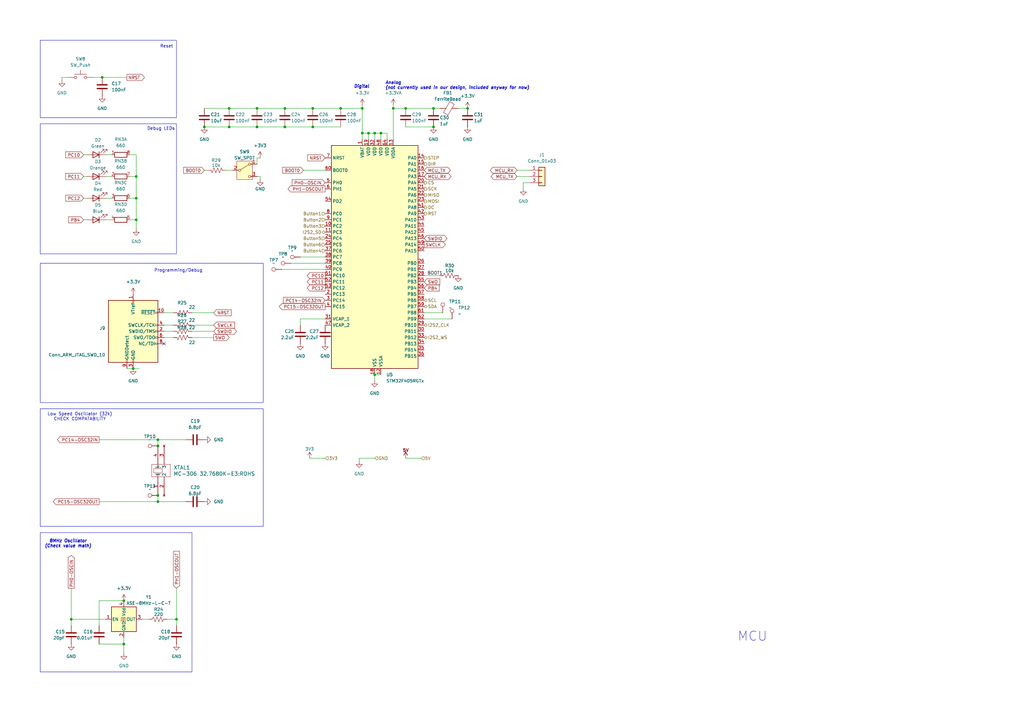
<source format=kicad_sch>
(kicad_sch (version 20231120) (generator "eeschema") (generator_version "8.0")
  (paper "A3")
  (lib_symbols
    (symbol "Connector:Conn_ARM_JTAG_SWD_10" (pin_names (offset 1.016))
      (property "Reference" "J" (at -2.54 16.51 0))
      (property "Value" "Conn_ARM_JTAG_SWD_10" (at -2.54 13.97 0))
      (symbol "Conn_ARM_JTAG_SWD_10_0_1"
        (rectangle (start -10.16 12.7) (end 10.16 -12.7) (stroke (width 0.254)) (fill (type background)))
        (rectangle (start -2.794 -12.7) (end -2.286 -11.684))
        (rectangle (start -0.254 -12.7) (end 0.254 -11.684))
        (rectangle (start -0.254 12.7) (end 0.254 11.684))
        (rectangle (start 9.144 2.286) (end 10.16 2.794))
        (rectangle (start 10.16 -2.794) (end 9.144 -2.286))
        (rectangle (start 10.16 -0.254) (end 9.144 0.254))
        (rectangle (start 10.16 7.874) (end 9.144 7.366))
      )
      (symbol "Conn_ARM_JTAG_SWD_10_1_1"
        (rectangle (start 9.144 -5.334) (end 10.16 -4.826))
        (pin power_in line (at 0 15.24 270) (length 2.54) (name "VTref") (number "1"))
        (pin open_collector line (at 12.7 7.62 180) (length 2.54) (name "~{RESET}") (number "10"))
        (pin bidirectional line (at 12.7 0 180) (length 2.54) (name "SWDIO/TMS") (number "2"))
        (pin power_in line (at 0 -15.24 90) (length 2.54) (name "GND") (number "3"))
        (pin output line (at 12.7 2.54 180) (length 2.54) (name "SWCLK/TCK") (number "4"))
        (pin passive line (at 0 -15.24 90) (length 2.54) hide (name "GND") (number "5"))
        (pin input line (at 12.7 -2.54 180) (length 2.54) (name "SWO/TDO") (number "6"))
        (pin no_connect line (at -10.16 0 0) (length 2.54) hide (name "KEY") (number "7"))
        (pin output line (at 12.7 -5.08 180) (length 2.54) (name "NC/TDI") (number "8"))
        (pin passive line (at -2.54 -15.24 90) (length 2.54) (name "GNDDetect") (number "9"))
      )
    )
    (symbol "Connector:TestPoint" (pin_numbers hide) (pin_names (offset 0.762) hide)
      (property "Reference" "TP" (at 0 6.858 0))
      (property "Value" "TestPoint" (at 0 5.08 0))
      (symbol "TestPoint_0_1"
        (circle (center 0 3.302) (radius 0.762))
      )
      (symbol "TestPoint_1_1"
        (pin passive line (at 0 0 90) (length 2.54) (name "1") (number "1"))
      )
    )
    (symbol "Connector_Generic:Conn_01x03" (pin_names (offset 1.016) hide)
      (property "Reference" "J" (at 0 5.08 0))
      (property "Value" "Conn_01x03" (at 0 -5.08 0))
      (symbol "Conn_01x03_1_1"
        (rectangle (start -1.27 -2.413) (end 0 -2.667) (stroke (width 0.1524)))
        (rectangle (start -1.27 0.127) (end 0 -0.127) (stroke (width 0.1524)))
        (rectangle (start -1.27 2.667) (end 0 2.413) (stroke (width 0.1524)))
        (rectangle (start -1.27 3.81) (end 1.27 -3.81) (stroke (width 0.254)) (fill (type background)))
        (pin passive line (at -5.08 2.54 0) (length 3.81) (name "Pin_1") (number "1"))
        (pin passive line (at -5.08 0 0) (length 3.81) (name "Pin_2") (number "2"))
        (pin passive line (at -5.08 -2.54 0) (length 3.81) (name "Pin_3") (number "3"))
      )
    )
    (symbol "Device:C" (pin_numbers hide) (pin_names (offset 0.254))
      (property "Reference" "C" (at 0.635 2.54 0))
      (property "Value" "C" (at 0.635 -2.54 0))
      (symbol "C_0_1"
        (polyline (pts (xy -2.032 -0.762) (xy 2.032 -0.762)) (stroke (width 0.508)))
        (polyline (pts (xy -2.032 0.762) (xy 2.032 0.762)) (stroke (width 0.508)))
      )
      (symbol "C_1_1"
        (pin passive line (at 0 3.81 270) (length 2.794) (name "~") (number "1"))
        (pin passive line (at 0 -3.81 90) (length 2.794) (name "~") (number "2"))
      )
    )
    (symbol "Device:FerriteBead" (pin_numbers hide) (pin_names (offset 0))
      (property "Reference" "FB" (at -3.81 0.635 90))
      (property "Value" "FerriteBead" (at 3.81 0 90))
      (symbol "FerriteBead_0_1"
        (polyline (pts (xy 0 -1.27) (xy 0 -1.2192)))
        (polyline (pts (xy 0 1.27) (xy 0 1.2954)))
        (polyline (pts (xy -2.7686 0.4064) (xy -1.7018 2.2606) (xy 2.7686 -0.3048) (xy 1.6764 -2.159) (xy -2.7686 0.4064)))
      )
      (symbol "FerriteBead_1_1"
        (pin passive line (at 0 3.81 270) (length 2.54) (name "~") (number "1"))
        (pin passive line (at 0 -3.81 90) (length 2.54) (name "~") (number "2"))
      )
    )
    (symbol "Device:LED" (pin_numbers hide) (pin_names (offset 1.016) hide)
      (property "Reference" "D" (at 0 2.54 0))
      (property "Value" "LED" (at 0 -2.54 0))
      (symbol "LED_0_1"
        (polyline (pts (xy -1.27 -1.27) (xy -1.27 1.27)) (stroke (width 0.254)))
        (polyline (pts (xy -1.27 0) (xy 1.27 0)))
        (polyline (pts (xy 1.27 -1.27) (xy 1.27 1.27) (xy -1.27 0) (xy 1.27 -1.27)) (stroke (width 0.254)))
        (polyline (pts (xy -3.048 -0.762) (xy -4.572 -2.286) (xy -3.81 -2.286) (xy -4.572 -2.286) (xy -4.572 -1.524)))
        (polyline (pts (xy -1.778 -0.762) (xy -3.302 -2.286) (xy -2.54 -2.286) (xy -3.302 -2.286) (xy -3.302 -1.524)))
      )
      (symbol "LED_1_1"
        (pin passive line (at -3.81 0 0) (length 2.54) (name "K") (number "1"))
        (pin passive line (at 3.81 0 180) (length 2.54) (name "A") (number "2"))
      )
    )
    (symbol "Device:R_Pack04_Split" (pin_names (offset 0) hide)
      (property "Reference" "RN" (at 2.032 0 90))
      (property "Value" "R_Pack04_Split" (at 0 0 90))
      (symbol "R_Pack04_Split_0_1"
        (rectangle (start 1.016 2.54) (end -1.016 -2.54) (stroke (width 0.254)))
      )
      (symbol "R_Pack04_Split_1_1"
        (pin passive line (at 0 -3.81 90) (length 1.27) (name "R1.1") (number "1"))
        (pin passive line (at 0 3.81 270) (length 1.27) (name "R1.2") (number "8"))
      )
      (symbol "R_Pack04_Split_2_1"
        (pin passive line (at 0 -3.81 90) (length 1.27) (name "R2.1") (number "2"))
        (pin passive line (at 0 3.81 270) (length 1.27) (name "R2.2") (number "7"))
      )
      (symbol "R_Pack04_Split_3_1"
        (pin passive line (at 0 -3.81 90) (length 1.27) (name "R3.1") (number "3"))
        (pin passive line (at 0 3.81 270) (length 1.27) (name "R3.2") (number "6"))
      )
      (symbol "R_Pack04_Split_4_1"
        (pin passive line (at 0 -3.81 90) (length 1.27) (name "R4.1") (number "4"))
        (pin passive line (at 0 3.81 270) (length 1.27) (name "R4.2") (number "5"))
      )
    )
    (symbol "Device:R_US" (pin_numbers hide) (pin_names (offset 0))
      (property "Reference" "R" (at 2.54 0 90))
      (property "Value" "R_US" (at -2.54 0 90))
      (symbol "R_US_0_1"
        (polyline (pts (xy 0 -2.286) (xy 0 -2.54)))
        (polyline (pts (xy 0 2.286) (xy 0 2.54)))
        (polyline (pts (xy 0 -0.762) (xy 1.016 -1.143) (xy 0 -1.524) (xy -1.016 -1.905) (xy 0 -2.286)))
        (polyline (pts (xy 0 0.762) (xy 1.016 0.381) (xy 0 0) (xy -1.016 -0.381) (xy 0 -0.762)))
        (polyline (pts (xy 0 2.286) (xy 1.016 1.905) (xy 0 1.524) (xy -1.016 1.143) (xy 0 0.762)))
      )
      (symbol "R_US_1_1"
        (pin passive line (at 0 3.81 270) (length 1.27) (name "~") (number "1"))
        (pin passive line (at 0 -3.81 90) (length 1.27) (name "~") (number "2"))
      )
    )
    (symbol "MC306:MC-306_32.7680K-E3_ROHS" (pin_names (offset 0.254))
      (property "Reference" "XTAL" (at 10.16 7.62 0))
      (property "Value" "MC-306 32.7680K-E3:ROHS" (at 10.16 5.08 0))
      (symbol "MC-306_32.7680K-E3_ROHS_0_1"
        (polyline (pts (xy 7.62 -5.08) (xy 12.7 -5.08)) (stroke (width 0.127)))
        (polyline (pts (xy 7.62 0) (xy 8.89 0)) (stroke (width 0.127)))
        (polyline (pts (xy 7.62 2.54) (xy 7.62 -5.08)) (stroke (width 0.127)))
        (polyline (pts (xy 8.89 1.27) (xy 8.89 -1.27)) (stroke (width 0.127)))
        (polyline (pts (xy 9.398 -1.778) (xy 10.922 -1.778)) (stroke (width 0.127)))
        (polyline (pts (xy 9.398 1.778) (xy 9.398 -1.778)) (stroke (width 0.127)))
        (polyline (pts (xy 10.922 -1.778) (xy 10.922 1.778)) (stroke (width 0.127)))
        (polyline (pts (xy 10.922 1.778) (xy 9.398 1.778)) (stroke (width 0.127)))
        (polyline (pts (xy 11.43 0) (xy 12.7 0)) (stroke (width 0.127)))
        (polyline (pts (xy 11.43 1.27) (xy 11.43 -1.27)) (stroke (width 0.127)))
        (polyline (pts (xy 12.7 -5.08) (xy 12.7 2.54)) (stroke (width 0.127)))
        (polyline (pts (xy 12.7 2.54) (xy 7.62 2.54)) (stroke (width 0.127)))
        (pin unspecified line (at 0 0 0) (length 7.62) (name "1") (number "1"))
        (pin no_connect line (at 0 -2.54 0) (length 7.62) (name "2") (number "2"))
        (pin no_connect line (at 20.32 -2.54 180) (length 7.62) (name "3") (number "3"))
        (pin unspecified line (at 20.32 0 180) (length 7.62) (name "4") (number "4"))
      )
    )
    (symbol "MCU_ST_STM32F4:STM32F405RGTx"
      (property "Reference" "U" (at -17.78 46.99 0))
      (property "Value" "STM32F405RGTx" (at 10.16 46.99 0))
      (symbol "STM32F405RGTx_0_1"
        (rectangle (start -17.78 -45.72) (end 17.78 45.72) (stroke (width 0.254)) (fill (type background)))
      )
      (symbol "STM32F405RGTx_1_1"
        (pin power_in line (at -5.08 48.26 270) (length 2.54) (name "VBAT") (number "1"))
        (pin bidirectional line (at -20.32 12.7 0) (length 2.54) (name "PC2") (number "10"))
        (pin bidirectional line (at -20.32 10.16 0) (length 2.54) (name "PC3") (number "11"))
        (pin power_in line (at 2.54 -48.26 90) (length 2.54) (name "VSSA") (number "12"))
        (pin power_in line (at 7.62 48.26 270) (length 2.54) (name "VDDA") (number "13"))
        (pin bidirectional line (at 20.32 40.64 180) (length 2.54) (name "PA0") (number "14"))
        (pin bidirectional line (at 20.32 38.1 180) (length 2.54) (name "PA1") (number "15"))
        (pin bidirectional line (at 20.32 35.56 180) (length 2.54) (name "PA2") (number "16"))
        (pin bidirectional line (at 20.32 33.02 180) (length 2.54) (name "PA3") (number "17"))
        (pin power_in line (at 0 -48.26 90) (length 2.54) (name "VSS") (number "18"))
        (pin power_in line (at -2.54 48.26 270) (length 2.54) (name "VDD") (number "19"))
        (pin bidirectional line (at -20.32 -15.24 0) (length 2.54) (name "PC13") (number "2"))
        (pin bidirectional line (at 20.32 30.48 180) (length 2.54) (name "PA4") (number "20"))
        (pin bidirectional line (at 20.32 27.94 180) (length 2.54) (name "PA5") (number "21"))
        (pin bidirectional line (at 20.32 25.4 180) (length 2.54) (name "PA6") (number "22"))
        (pin bidirectional line (at 20.32 22.86 180) (length 2.54) (name "PA7") (number "23"))
        (pin bidirectional line (at -20.32 7.62 0) (length 2.54) (name "PC4") (number "24"))
        (pin bidirectional line (at -20.32 5.08 0) (length 2.54) (name "PC5") (number "25"))
        (pin bidirectional line (at 20.32 -2.54 180) (length 2.54) (name "PB0") (number "26"))
        (pin bidirectional line (at 20.32 -5.08 180) (length 2.54) (name "PB1") (number "27"))
        (pin bidirectional line (at 20.32 -7.62 180) (length 2.54) (name "PB2") (number "28"))
        (pin bidirectional line (at 20.32 -27.94 180) (length 2.54) (name "PB10") (number "29"))
        (pin bidirectional line (at -20.32 -17.78 0) (length 2.54) (name "PC14") (number "3"))
        (pin bidirectional line (at 20.32 -30.48 180) (length 2.54) (name "PB11") (number "30"))
        (pin power_out line (at -20.32 -25.4 0) (length 2.54) (name "VCAP_1") (number "31"))
        (pin power_in line (at 0 48.26 270) (length 2.54) (name "VDD") (number "32"))
        (pin bidirectional line (at 20.32 -33.02 180) (length 2.54) (name "PB12") (number "33"))
        (pin bidirectional line (at 20.32 -35.56 180) (length 2.54) (name "PB13") (number "34"))
        (pin bidirectional line (at 20.32 -38.1 180) (length 2.54) (name "PB14") (number "35"))
        (pin bidirectional line (at 20.32 -40.64 180) (length 2.54) (name "PB15") (number "36"))
        (pin bidirectional line (at -20.32 2.54 0) (length 2.54) (name "PC6") (number "37"))
        (pin bidirectional line (at -20.32 0 0) (length 2.54) (name "PC7") (number "38"))
        (pin bidirectional line (at -20.32 -2.54 0) (length 2.54) (name "PC8") (number "39"))
        (pin bidirectional line (at -20.32 -20.32 0) (length 2.54) (name "PC15") (number "4"))
        (pin bidirectional line (at -20.32 -5.08 0) (length 2.54) (name "PC9") (number "40"))
        (pin bidirectional line (at 20.32 20.32 180) (length 2.54) (name "PA8") (number "41"))
        (pin bidirectional line (at 20.32 17.78 180) (length 2.54) (name "PA9") (number "42"))
        (pin bidirectional line (at 20.32 15.24 180) (length 2.54) (name "PA10") (number "43"))
        (pin bidirectional line (at 20.32 12.7 180) (length 2.54) (name "PA11") (number "44"))
        (pin bidirectional line (at 20.32 10.16 180) (length 2.54) (name "PA12") (number "45"))
        (pin bidirectional line (at 20.32 7.62 180) (length 2.54) (name "PA13") (number "46"))
        (pin power_out line (at -20.32 -27.94 0) (length 2.54) (name "VCAP_2") (number "47"))
        (pin power_in line (at 2.54 48.26 270) (length 2.54) (name "VDD") (number "48"))
        (pin bidirectional line (at 20.32 5.08 180) (length 2.54) (name "PA14") (number "49"))
        (pin bidirectional line (at -20.32 30.48 0) (length 2.54) (name "PH0") (number "5"))
        (pin bidirectional line (at 20.32 2.54 180) (length 2.54) (name "PA15") (number "50"))
        (pin bidirectional line (at -20.32 -7.62 0) (length 2.54) (name "PC10") (number "51"))
        (pin bidirectional line (at -20.32 -10.16 0) (length 2.54) (name "PC11") (number "52"))
        (pin bidirectional line (at -20.32 -12.7 0) (length 2.54) (name "PC12") (number "53"))
        (pin bidirectional line (at -20.32 22.86 0) (length 2.54) (name "PD2") (number "54"))
        (pin bidirectional line (at 20.32 -10.16 180) (length 2.54) (name "PB3") (number "55"))
        (pin bidirectional line (at 20.32 -12.7 180) (length 2.54) (name "PB4") (number "56"))
        (pin bidirectional line (at 20.32 -15.24 180) (length 2.54) (name "PB5") (number "57"))
        (pin bidirectional line (at 20.32 -17.78 180) (length 2.54) (name "PB6") (number "58"))
        (pin bidirectional line (at 20.32 -20.32 180) (length 2.54) (name "PB7") (number "59"))
        (pin bidirectional line (at -20.32 27.94 0) (length 2.54) (name "PH1") (number "6"))
        (pin input line (at -20.32 35.56 0) (length 2.54) (name "BOOT0") (number "60"))
        (pin bidirectional line (at 20.32 -22.86 180) (length 2.54) (name "PB8") (number "61"))
        (pin bidirectional line (at 20.32 -25.4 180) (length 2.54) (name "PB9") (number "62"))
        (pin passive line (at 0 -48.26 90) (length 2.54) hide (name "VSS") (number "63"))
        (pin power_in line (at 5.08 48.26 270) (length 2.54) (name "VDD") (number "64"))
        (pin input line (at -20.32 40.64 0) (length 2.54) (name "NRST") (number "7"))
        (pin bidirectional line (at -20.32 17.78 0) (length 2.54) (name "PC0") (number "8"))
        (pin bidirectional line (at -20.32 15.24 0) (length 2.54) (name "PC1") (number "9"))
      )
    )
    (symbol "Oscillator:ASE-xxxMHz" (pin_names (offset 0.254))
      (property "Reference" "Y" (at -5.08 6.35 0))
      (property "Value" "ASE-xxxMHz" (at 1.27 -6.35 0))
      (symbol "ASE-xxxMHz_0_1"
        (rectangle (start -5.08 5.08) (end 5.08 -5.08) (stroke (width 0.254)) (fill (type background)))
        (polyline (pts (xy -1.27 -0.762) (xy -1.016 -0.762) (xy -1.016 0.762) (xy -0.508 0.762) (xy -0.508 -0.762) (xy 0 -0.762) (xy 0 0.762) (xy 0.508 0.762) (xy 0.508 -0.762) (xy 0.762 -0.762)))
      )
      (symbol "ASE-xxxMHz_1_1"
        (pin input line (at -7.62 0 0) (length 2.54) (name "EN") (number "1"))
        (pin power_in line (at 0 -7.62 90) (length 2.54) (name "GND") (number "2"))
        (pin output line (at 7.62 0 180) (length 2.54) (name "OUT") (number "3"))
        (pin power_in line (at 0 7.62 270) (length 2.54) (name "Vdd") (number "4"))
      )
    )
    (symbol "Switch:SW_Push" (pin_numbers hide) (pin_names (offset 1.016) hide)
      (property "Reference" "SW" (at 1.27 2.54 0))
      (property "Value" "SW_Push" (at 0 -1.524 0))
      (symbol "SW_Push_0_1"
        (circle (center -2.032 0) (radius 0.508))
        (polyline (pts (xy 0 1.27) (xy 0 3.048)))
        (polyline (pts (xy 2.54 1.27) (xy -2.54 1.27)))
        (circle (center 2.032 0) (radius 0.508))
        (pin passive line (at -5.08 0 0) (length 2.54) (name "1") (number "1"))
        (pin passive line (at 5.08 0 180) (length 2.54) (name "2") (number "2"))
      )
    )
    (symbol "Switch:SW_SPDT" (pin_names (offset 0) hide)
      (property "Reference" "SW" (at 0 5.08 0))
      (property "Value" "SW_SPDT" (at 0 -5.08 0))
      (symbol "SW_SPDT_0_1"
        (circle (center -2.032 0) (radius 0.4572))
        (polyline (pts (xy -1.651 0.254) (xy 1.651 2.286)))
        (circle (center 2.032 -2.54) (radius 0.4572))
        (circle (center 2.032 2.54) (radius 0.4572))
      )
      (symbol "SW_SPDT_1_1"
        (rectangle (start -3.175 3.81) (end 3.175 -3.81) (fill (type background)))
        (pin passive line (at 5.08 2.54 180) (length 2.54) (name "A") (number "1"))
        (pin passive line (at -5.08 0 0) (length 2.54) (name "B") (number "2"))
        (pin passive line (at 5.08 -2.54 180) (length 2.54) (name "C") (number "3"))
      )
    )
    (symbol "ai_breakout_ft232RL-eagle-import:5V" (power)
      (symbol "5V_1_0"
        (polyline (pts (xy 0 2.54) (xy -0.762 1.27)) (stroke (width 0.254)))
        (polyline (pts (xy 0.762 1.27) (xy 0 2.54)) (stroke (width 0.254)))
        (text "5V" (at -1.27 2.54 0) (effects (font (size 1.27 1.27) (thickness 0.254) (bold yes)) (justify left bottom)))
        (pin power_in line (at 0 0 90) (length 2.54) (name "5V") (number "1"))
      )
    )
    (symbol "power:+3.3V" (power) (pin_numbers hide) (pin_names (offset 0) hide)
      (property "Value" "+3.3V" (at 0 3.556 0))
      (symbol "+3.3V_0_1"
        (polyline (pts (xy -0.762 1.27) (xy 0 2.54)))
        (polyline (pts (xy 0 0) (xy 0 2.54)))
        (polyline (pts (xy 0 2.54) (xy 0.762 1.27)))
      )
      (symbol "+3.3V_1_1"
        (pin power_in line (at 0 0 90) (length 0) (name "~") (number "1"))
      )
    )
    (symbol "power:+3.3VA" (power) (pin_numbers hide) (pin_names (offset 0) hide)
      (property "Value" "+3.3VA" (at 0 3.556 0))
      (symbol "+3.3VA_0_1"
        (polyline (pts (xy -0.762 1.27) (xy 0 2.54)))
        (polyline (pts (xy 0 0) (xy 0 2.54)))
        (polyline (pts (xy 0 2.54) (xy 0.762 1.27)))
      )
      (symbol "+3.3VA_1_1"
        (pin power_in line (at 0 0 90) (length 0) (name "~") (number "1"))
      )
    )
    (symbol "power:GND" (power) (pin_numbers hide) (pin_names (offset 0) hide)
      (property "Value" "GND" (at 0 -3.81 0))
      (symbol "GND_0_1"
        (polyline (pts (xy 0 0) (xy 0 -1.27) (xy 1.27 -1.27) (xy 0 -2.54) (xy -1.27 -1.27) (xy 0 -1.27)))
      )
      (symbol "GND_1_1"
        (pin power_in line (at 0 0 270) (length 0) (name "~") (number "1"))
      )
    )
    (symbol "power:VCC" (power) (pin_numbers hide) (pin_names (offset 0) hide)
      (property "Value" "VCC" (at 0 3.556 0))
      (symbol "VCC_0_1"
        (polyline (pts (xy -0.762 1.27) (xy 0 2.54)))
        (polyline (pts (xy 0 0) (xy 0 2.54)))
        (polyline (pts (xy 0 2.54) (xy 0.762 1.27)))
      )
      (symbol "VCC_1_1"
        (pin power_in line (at 0 0 90) (length 0) (name "~") (number "1"))
      )
    )
  )
  (junction (at 128.27 44.45))
  (junction (at 93.98 52.07))
  (junction (at 166.37 44.45))
  (junction (at 72.39 254))
  (junction (at 153.67 54.61))
  (junction (at 29.21 254))
  (junction (at 50.8 246.38))
  (junction (at 105.41 44.45))
  (junction (at 128.27 52.07))
  (junction (at 139.7 44.45))
  (junction (at 156.21 54.61))
  (junction (at 148.59 54.61))
  (junction (at 153.67 153.67))
  (junction (at 116.84 52.07))
  (junction (at 177.8 52.07))
  (junction (at 55.88 72.39))
  (junction (at 148.59 44.45))
  (junction (at 64.77 203.2))
  (junction (at 191.77 44.45))
  (junction (at 105.41 52.07))
  (junction (at 83.82 52.07))
  (junction (at 177.8 44.45))
  (junction (at 116.84 44.45))
  (junction (at 64.77 182.88))
  (junction (at 55.88 90.17))
  (junction (at 64.77 180.34))
  (junction (at 151.13 54.61))
  (junction (at 161.29 44.45))
  (junction (at 93.98 44.45))
  (junction (at 41.91 31.75))
  (junction (at 64.77 205.74))
  (junction (at 55.88 81.28))
  (junction (at 50.8 264.16))
  (junction (at 54.61 151.13))
  (no_connect (at 67.31 140.97))
  (wire (pts (xy 40.64 205.74) (xy 64.77 205.74)))
  (wire (pts (xy 53.34 90.17) (xy 55.88 90.17)))
  (wire (pts (xy 161.29 44.45) (xy 161.29 57.15)))
  (wire (pts (xy 55.88 63.5) (xy 55.88 72.39)))
  (wire (pts (xy 214.63 77.47) (xy 214.63 74.93)))
  (wire (pts (xy 40.64 246.38) (xy 50.8 246.38)))
  (wire (pts (xy 52.07 151.13) (xy 54.61 151.13)))
  (wire (pts (xy 128.27 52.07) (xy 139.7 52.07)))
  (wire (pts (xy 158.75 54.61) (xy 156.21 54.61)))
  (wire (pts (xy 153.67 57.15) (xy 153.67 54.61)))
  (wire (pts (xy 128.27 44.45) (xy 139.7 44.45)))
  (wire (pts (xy 78.74 133.35) (xy 87.63 133.35)))
  (wire (pts (xy 148.59 44.45) (xy 148.59 54.61)))
  (wire (pts (xy 148.59 43.18) (xy 148.59 44.45)))
  (wire (pts (xy 173.99 113.03) (xy 180.34 113.03)))
  (wire (pts (xy 40.64 256.54) (xy 40.64 246.38)))
  (wire (pts (xy 147.32 187.96) (xy 153.67 187.96)))
  (wire (pts (xy 148.59 54.61) (xy 151.13 54.61)))
  (wire (pts (xy 55.88 81.28) (xy 55.88 90.17)))
  (wire (pts (xy 38.1 31.75) (xy 41.91 31.75)))
  (wire (pts (xy 212.09 72.39) (xy 217.17 72.39)))
  (wire (pts (xy 43.18 81.28) (xy 45.72 81.28)))
  (wire (pts (xy 43.18 63.5) (xy 45.72 63.5)))
  (wire (pts (xy 212.09 69.85) (xy 217.17 69.85)))
  (wire (pts (xy 173.99 130.81) (xy 185.42 130.81)))
  (wire (pts (xy 214.63 74.93) (xy 217.17 74.93)))
  (wire (pts (xy 55.88 90.17) (xy 55.88 93.98)))
  (wire (pts (xy 151.13 57.15) (xy 151.13 54.61)))
  (wire (pts (xy 153.67 153.67) (xy 156.21 153.67)))
  (wire (pts (xy 25.4 31.75) (xy 25.4 33.02)))
  (wire (pts (xy 64.77 205.74) (xy 76.2 205.74)))
  (wire (pts (xy 40.64 264.16) (xy 50.8 264.16)))
  (wire (pts (xy 35.56 72.39) (xy 34.29 72.39)))
  (wire (pts (xy 29.21 256.54) (xy 29.21 254)))
  (wire (pts (xy 187.96 44.45) (xy 191.77 44.45)))
  (wire (pts (xy 105.41 52.07) (xy 116.84 52.07)))
  (wire (pts (xy 29.21 241.3) (xy 29.21 254)))
  (wire (pts (xy 124.46 69.85) (xy 133.35 69.85)))
  (wire (pts (xy 166.37 52.07) (xy 177.8 52.07)))
  (wire (pts (xy 105.41 64.77) (xy 105.41 67.31)))
  (wire (pts (xy 41.91 31.75) (xy 52.07 31.75)))
  (wire (pts (xy 156.21 57.15) (xy 156.21 54.61)))
  (wire (pts (xy 156.21 54.61) (xy 153.67 54.61)))
  (wire (pts (xy 68.58 254) (xy 72.39 254)))
  (wire (pts (xy 53.34 81.28) (xy 55.88 81.28)))
  (wire (pts (xy 64.77 203.2) (xy 64.77 205.74)))
  (wire (pts (xy 64.77 180.34) (xy 76.2 180.34)))
  (wire (pts (xy 64.77 180.34) (xy 64.77 182.88)))
  (wire (pts (xy 127 187.96) (xy 133.35 187.96)))
  (wire (pts (xy 147.32 187.96) (xy 147.32 189.23)))
  (wire (pts (xy 40.64 180.34) (xy 64.77 180.34)))
  (wire (pts (xy 115.57 110.49) (xy 133.35 110.49)))
  (wire (pts (xy 161.29 44.45) (xy 166.37 44.45)))
  (wire (pts (xy 35.56 90.17) (xy 34.29 90.17)))
  (wire (pts (xy 106.68 72.39) (xy 106.68 73.66)))
  (wire (pts (xy 53.34 63.5) (xy 55.88 63.5)))
  (wire (pts (xy 43.18 90.17) (xy 45.72 90.17)))
  (wire (pts (xy 29.21 254) (xy 43.18 254)))
  (wire (pts (xy 105.41 64.77) (xy 106.68 64.77)))
  (wire (pts (xy 116.84 52.07) (xy 128.27 52.07)))
  (wire (pts (xy 105.41 72.39) (xy 106.68 72.39)))
  (wire (pts (xy 116.84 44.45) (xy 128.27 44.45)))
  (wire (pts (xy 50.8 264.16) (xy 50.8 261.62)))
  (wire (pts (xy 153.67 153.67) (xy 153.67 156.21)))
  (wire (pts (xy 139.7 44.45) (xy 148.59 44.45)))
  (wire (pts (xy 158.75 57.15) (xy 158.75 54.61)))
  (wire (pts (xy 105.41 44.45) (xy 116.84 44.45)))
  (wire (pts (xy 58.42 254) (xy 60.96 254)))
  (wire (pts (xy 55.88 72.39) (xy 55.88 81.28)))
  (wire (pts (xy 123.19 105.41) (xy 133.35 105.41)))
  (wire (pts (xy 78.74 128.27) (xy 87.63 128.27)))
  (wire (pts (xy 54.61 151.13) (xy 57.15 151.13)))
  (wire (pts (xy 50.8 267.97) (xy 50.8 264.16)))
  (wire (pts (xy 123.19 130.81) (xy 123.19 133.35)))
  (wire (pts (xy 93.98 52.07) (xy 105.41 52.07)))
  (wire (pts (xy 93.98 44.45) (xy 105.41 44.45)))
  (wire (pts (xy 133.35 130.81) (xy 123.19 130.81)))
  (wire (pts (xy 78.74 135.89) (xy 87.63 135.89)))
  (wire (pts (xy 35.56 81.28) (xy 34.29 81.28)))
  (wire (pts (xy 72.39 241.3) (xy 72.39 254)))
  (wire (pts (xy 177.8 44.45) (xy 180.34 44.45)))
  (wire (pts (xy 72.39 254) (xy 72.39 256.54)))
  (wire (pts (xy 78.74 138.43) (xy 87.63 138.43)))
  (wire (pts (xy 83.82 52.07) (xy 93.98 52.07)))
  (wire (pts (xy 83.82 44.45) (xy 93.98 44.45)))
  (wire (pts (xy 119.38 107.95) (xy 133.35 107.95)))
  (wire (pts (xy 67.31 128.27) (xy 71.12 128.27)))
  (wire (pts (xy 67.31 133.35) (xy 71.12 133.35)))
  (wire (pts (xy 83.82 69.85) (xy 85.09 69.85)))
  (wire (pts (xy 43.18 72.39) (xy 45.72 72.39)))
  (wire (pts (xy 67.31 135.89) (xy 71.12 135.89)))
  (wire (pts (xy 35.56 63.5) (xy 34.29 63.5)))
  (wire (pts (xy 92.71 69.85) (xy 95.25 69.85)))
  (wire (pts (xy 166.37 44.45) (xy 177.8 44.45)))
  (wire (pts (xy 153.67 54.61) (xy 151.13 54.61)))
  (wire (pts (xy 161.29 43.18) (xy 161.29 44.45)))
  (wire (pts (xy 173.99 128.27) (xy 181.61 128.27)))
  (wire (pts (xy 27.94 31.75) (xy 25.4 31.75)))
  (wire (pts (xy 148.59 54.61) (xy 148.59 57.15)))
  (wire (pts (xy 53.34 72.39) (xy 55.88 72.39)))
  (wire (pts (xy 166.37 187.96) (xy 172.72 187.96)))
  (wire (pts (xy 67.31 138.43) (xy 71.12 138.43)))
  (rectangle (start 16.51 50.8) (end 72.39 104.14))
  (rectangle (start 16.51 16.51) (end 72.39 48.26))
  (rectangle (start 16.51 218.44) (end 78.74 275.59))
  (rectangle (start 16.51 107.95) (end 107.95 165.1))
  (rectangle (start 16.51 167.64) (end 107.95 215.9))
  (text "Digital " (at 148.844 35.56 0) (effects (font (size 1.27 1.27) (thickness 0.254) (bold yes) (italic yes))))
  (text "MCU" (at 308.61 261.112 0) (effects (font (size 3.81 3.81))))
  (text "Low Speed Oscillator (32k)\nCHECK COMPATABILITY" (at 32.766 170.942 0) (effects (font (size 1.27 1.27))))
  (text "8MHz Oscillator\n(Check value math)" (at 27.94 223.012 0) (effects (font (size 1.27 1.27) (thickness 0.254) (bold yes) (italic yes))))
  (text "Analog\n(not currently used in our design, included anyway for now)\n" (at 157.988 35.052 0) (effects (font (size 1.27 1.27) (thickness 0.254) (bold yes) (italic yes)) (justify left)))
  (text "Programming/Debug\n" (at 73.152 110.998 0) (effects (font (size 1.27 1.27))))
  (text "Debug LEDs" (at 66.04 52.832 0) (effects (font (size 1.27 1.27) (thickness 0.1588))))
  (text "Reset" (at 68.326 19.05 0) (effects (font (size 1.27 1.27))))
  (label "BOOT1" (at 175.26 113.03 0))
  (global_label "MCU_TX" (shape bidirectional) (at 173.99 69.85 0) (property "Intersheetrefs" "${INTERSHEET_REFS}" (effects (hide yes))))
  (global_label "SWCLK" (shape input) (at 87.63 133.35 0) (property "Intersheetrefs" "${INTERSHEET_REFS}" (effects (hide yes))))
  (global_label "MCU_TX" (shape bidirectional) (at 212.09 72.39 180) (property "Intersheetrefs" "${INTERSHEET_REFS}" (effects (hide yes))))
  (global_label "SWCLK" (shape output) (at 173.99 100.33 0) (property "Intersheetrefs" "${INTERSHEET_REFS}" (effects (hide yes))))
  (global_label "SWO" (shape output) (at 87.63 138.43 0) (property "Intersheetrefs" "${INTERSHEET_REFS}" (effects (hide yes))))
  (global_label "PC11" (shape input) (at 34.29 72.39 180) (property "Intersheetrefs" "${INTERSHEET_REFS}" (effects (hide yes))))
  (global_label "MCU_RX" (shape bidirectional) (at 173.99 72.39 0) (property "Intersheetrefs" "${INTERSHEET_REFS}" (effects (hide yes))))
  (global_label "PH1-OSCOUT" (shape output) (at 133.35 77.47 180) (property "Intersheetrefs" "${INTERSHEET_REFS}" (effects (hide yes))))
  (global_label "PC12" (shape output) (at 133.35 118.11 180) (property "Intersheetrefs" "${INTERSHEET_REFS}" (effects (hide yes))))
  (global_label "NRST" (shape input) (at 87.63 128.27 0) (property "Intersheetrefs" "${INTERSHEET_REFS}" (effects (hide yes))))
  (global_label "PB4" (shape input) (at 34.29 90.17 180) (property "Intersheetrefs" "${INTERSHEET_REFS}" (effects (hide yes))))
  (global_label "PC14-OSC32IN" (shape input) (at 133.35 123.19 180) (property "Intersheetrefs" "${INTERSHEET_REFS}" (effects (hide yes))))
  (global_label "NRST" (shape output) (at 52.07 31.75 0) (property "Intersheetrefs" "${INTERSHEET_REFS}" (effects (hide yes))))
  (global_label "BOOT0" (shape input) (at 83.82 69.85 180) (property "Intersheetrefs" "${INTERSHEET_REFS}" (effects (hide yes))))
  (global_label "PC15-OSC32OUT" (shape output) (at 133.35 125.73 180) (property "Intersheetrefs" "${INTERSHEET_REFS}" (effects (hide yes))))
  (global_label "SWDIO" (shape bidirectional) (at 173.99 97.79 0) (property "Intersheetrefs" "${INTERSHEET_REFS}" (effects (hide yes))))
  (global_label "PH0-OSCIN" (shape output) (at 29.21 241.3 90) (property "Intersheetrefs" "${INTERSHEET_REFS}" (effects (hide yes))))
  (global_label "PC12" (shape input) (at 34.29 81.28 180) (property "Intersheetrefs" "${INTERSHEET_REFS}" (effects (hide yes))))
  (global_label "PH1-OSCOUT" (shape input) (at 72.39 241.3 90) (property "Intersheetrefs" "${INTERSHEET_REFS}" (effects (hide yes))))
  (global_label "PC10" (shape input) (at 34.29 63.5 180) (property "Intersheetrefs" "${INTERSHEET_REFS}" (effects (hide yes))))
  (global_label "PB4" (shape input) (at 173.99 118.11 0) (property "Intersheetrefs" "${INTERSHEET_REFS}" (effects (hide yes))))
  (global_label "PC11" (shape output) (at 133.35 115.57 180) (property "Intersheetrefs" "${INTERSHEET_REFS}" (effects (hide yes))))
  (global_label "PH0-OSCIN" (shape input) (at 133.35 74.93 180) (property "Intersheetrefs" "${INTERSHEET_REFS}" (effects (hide yes))))
  (global_label "PC15-OSC32OUT" (shape output) (at 40.64 205.74 180) (property "Intersheetrefs" "${INTERSHEET_REFS}" (effects (hide yes))))
  (global_label "BOOT0" (shape input) (at 124.46 69.85 180) (property "Intersheetrefs" "${INTERSHEET_REFS}" (effects (hide yes))))
  (global_label "NRST" (shape input) (at 133.35 64.77 180) (property "Intersheetrefs" "${INTERSHEET_REFS}" (effects (hide yes))))
  (global_label "MCU_RX" (shape bidirectional) (at 212.09 69.85 180) (property "Intersheetrefs" "${INTERSHEET_REFS}" (effects (hide yes))))
  (global_label "SWDIO" (shape bidirectional) (at 87.63 135.89 0) (property "Intersheetrefs" "${INTERSHEET_REFS}" (effects (hide yes))))
  (global_label "PC14-OSC32IN" (shape output) (at 40.64 180.34 180) (property "Intersheetrefs" "${INTERSHEET_REFS}" (effects (hide yes))))
  (global_label "SWO" (shape input) (at 173.99 115.57 0) (property "Intersheetrefs" "${INTERSHEET_REFS}" (effects (hide yes))))
  (global_label "PC10" (shape output) (at 133.35 113.03 180) (property "Intersheetrefs" "${INTERSHEET_REFS}" (effects (hide yes))))
  (hierarchical_label "I2S2_WS" (shape bidirectional) (at 173.99 138.43 0))
  (hierarchical_label "5V" (shape input) (at 172.72 187.96 0))
  (hierarchical_label "MISO" (shape output) (at 173.99 80.01 0))
  (hierarchical_label "SDA" (shape bidirectional) (at 173.99 125.73 0))
  (hierarchical_label "DC" (shape output) (at 173.99 85.09 0))
  (hierarchical_label "Button6" (shape input) (at 133.35 100.33 180))
  (hierarchical_label "RST" (shape output) (at 173.99 87.63 0))
  (hierarchical_label "Button3" (shape input) (at 133.35 92.71 180))
  (hierarchical_label "Button4" (shape input) (at 133.35 102.87 180))
  (hierarchical_label "Button5" (shape input) (at 133.35 97.79 180))
  (hierarchical_label "3V3" (shape input) (at 133.35 187.96 0))
  (hierarchical_label "Button2" (shape input) (at 133.35 90.17 180))
  (hierarchical_label "GND" (shape input) (at 153.67 187.96 0))
  (hierarchical_label "CS" (shape output) (at 173.99 74.93 0))
  (hierarchical_label "SCK" (shape output) (at 173.99 77.47 0))
  (hierarchical_label "STEP" (shape output) (at 173.99 64.77 0))
  (hierarchical_label "MOSI" (shape output) (at 173.99 82.55 0))
  (hierarchical_label "I2S2_SD" (shape bidirectional) (at 133.35 95.25 180))
  (hierarchical_label "SCL" (shape bidirectional) (at 173.99 123.19 0))
  (hierarchical_label "Button1" (shape input) (at 133.35 87.63 180))
  (hierarchical_label "I2S2_CLK" (shape bidirectional) (at 173.99 133.35 0))
  (hierarchical_label "DIR" (shape output) (at 173.99 67.31 0))
  (symbol (lib_id "power:GND") (at 55.88 93.98 0) (unit 1)
    (property "Reference" "#PWR090" (effects (hide yes)))
    (property "Value" "GND" (at 55.88 99.06 0))
    (property "Description" "Power symbol creates a global label with name \"GND\" , ground" (effects (hide yes)))
  )
  (symbol (lib_id "power:+3.3V") (at 54.61 120.65 0) (unit 1)
    (property "Reference" "#PWR088" (effects (hide yes)))
    (property "Value" "+3.3V" (at 54.61 115.57 0))
    (property "Description" "Power symbol creates a global label with name \"+3.3V\"" (effects (hide yes)))
  )
  (symbol (lib_id "power:GND") (at 106.68 73.66 0) (unit 1)
    (property "Reference" "#PWR096" (effects (hide yes)))
    (property "Value" "GND" (at 106.68 77.47 0))
    (property "Description" "Power symbol creates a global label with name \"GND\" , ground" (effects (hide yes)))
  )
  (symbol (lib_id "power:+3.3V") (at 106.68 64.77 0) (unit 1)
    (property "Reference" "#PWR095" (effects (hide yes)))
    (property "Value" "+3V3" (at 106.68 59.69 0))
    (property "Description" "Power symbol creates a global label with name \"+3.3V\"" (effects (hide yes)))
  )
  (symbol (lib_id "ai_breakout_ft232RL-eagle-import:5V") (at 166.37 187.96 0) (unit 1)
    (property "Reference" "#U$04" (effects (hide yes)))
    (property "Value" "5V" (effects (hide yes)))
  )
  (symbol (lib_id "power:GND") (at 147.32 189.23 0) (unit 1)
    (property "Reference" "#PWR0100" (effects (hide yes)))
    (property "Value" "GND" (at 147.32 194.31 0))
    (property "Description" "Power symbol creates a global label with name \"GND\" , ground" (effects (hide yes)))
  )
  (symbol (lib_id "power:GND") (at 83.82 180.34 90) (unit 1)
    (property "Reference" "#PWR093" (effects (hide yes)))
    (property "Value" "GND" (at 87.63 180.3399 90) (effects (justify right)))
    (property "Description" "Power symbol creates a global label with name \"GND\" , ground" (effects (hide yes)))
  )
  (symbol (lib_id "Device:LED") (at 39.37 81.28 180) (unit 1)
    (property "Reference" "D4" (at 40.132 75.184 0))
    (property "Value" "Red" (at 40.132 77.724 0))
    (property "Footprint" "LED_SMD:LED_0805_2012Metric_Pad1.15x1.40mm_HandSolder" (effects (hide yes)))
    (property "Description" "Light emitting diode" (effects (hide yes)))
  )
  (symbol (lib_id "power:GND") (at 191.77 52.07 0) (unit 1)
    (property "Reference" "#PWR0107" (effects (hide yes)))
    (property "Value" "GND" (at 191.77 57.15 0))
    (property "Description" "Power symbol creates a global label with name \"GND\" , ground" (effects (hide yes)))
  )
  (symbol (lib_id "Device:LED") (at 39.37 72.39 180) (unit 1)
    (property "Reference" "D3" (at 40.132 66.294 0))
    (property "Value" "Orange" (at 40.132 68.834 0))
    (property "Footprint" "LED_SMD:LED_0805_2012Metric_Pad1.15x1.40mm_HandSolder" (effects (hide yes)))
    (property "Description" "Light emitting diode" (effects (hide yes)))
  )
  (symbol (lib_id "Connector:TestPoint") (at 64.77 182.88 90) (unit 1)
    (property "Reference" "TP10" (at 61.468 179.07 90))
    (property "Value" "~" (at 61.468 180.34 90))
    (property "Footprint" "TestPoint:TestPoint_THTPad_D1.0mm_Drill0.5mm" (effects (hide yes)))
    (property "Description" "test point" (effects (hide yes)))
  )
  (symbol (lib_id "Device:C") (at 41.91 35.56 0) (unit 1)
    (property "Reference" "C17" (at 45.72 34.2899 0) (effects (justify left)))
    (property "Value" "100nF" (at 45.72 36.8299 0) (effects (justify left)))
    (property "Footprint" "Capacitor_SMD:C_0805_2012Metric" (effects (hide yes)))
    (property "Description" "Unpolarized capacitor" (effects (hide yes)))
  )
  (symbol (lib_id "Connector:TestPoint") (at 185.42 130.81 0) (unit 1)
    (property "Reference" "TP12" (at 187.96 126.2379 0) (effects (justify left)))
    (property "Value" "~" (at 187.96 128.7779 0) (effects (justify left)))
    (property "Footprint" "TestPoint:TestPoint_THTPad_D1.0mm_Drill0.5mm" (effects (hide yes)))
    (property "Description" "test point" (effects (hide yes)))
  )
  (symbol (lib_id "power:+3.3V") (at 148.59 43.18 0) (unit 1)
    (property "Reference" "#PWR0101" (effects (hide yes)))
    (property "Value" "+3.3V" (at 148.59 38.1 0))
    (property "Description" "Power symbol creates a global label with name \"+3.3V\"" (effects (hide yes)))
  )
  (symbol (lib_id "Device:R_Pack04_Split") (at 49.53 63.5 270) (unit 1)
    (property "Reference" "RN3" (at 49.53 57.15 90))
    (property "Value" "660" (at 49.53 59.69 90))
    (property "Footprint" "Parts_Library:RESCAXS80P320X160X60-8N" (effects (hide yes)))
    (property "Description" "4 resistor network, parallel topology, split" (effects (hide yes)))
    (property "MFP" "EXB-38V681JV" (effects (hide yes)))
  )
  (symbol (lib_id "Switch:SW_SPDT") (at 100.33 69.85 0) (unit 1)
    (property "Reference" "SW9" (at 100.33 62.23 0))
    (property "Value" "SW_SPDT" (at 100.33 64.77 0))
    (property "Footprint" "Button_Switch_SMD:SW_SPDT_PCM12" (effects (hide yes)))
    (property "Description" "Switch, single pole double throw" (effects (hide yes)))
  )
  (symbol (lib_id "power:GND") (at 153.67 156.21 0) (unit 1)
    (property "Reference" "#PWR0102" (effects (hide yes)))
    (property "Value" "GND" (at 153.67 161.29 0))
    (property "Description" "Power symbol creates a global label with name \"GND\" , ground" (effects (hide yes)))
  )
  (symbol (lib_id "Device:C") (at 116.84 48.26 0) (unit 1)
    (property "Reference" "C24" (at 119.38 46.99 0) (effects (justify left)))
    (property "Value" "100nF" (at 119.38 49.53 0) (effects (justify left)))
    (property "Footprint" "Capacitor_SMD:C_0805_2012Metric" (effects (hide yes)))
    (property "Description" "Unpolarized capacitor" (effects (hide yes)))
  )
  (symbol (lib_id "power:GND") (at 83.82 52.07 0) (unit 1)
    (property "Reference" "#PWR092" (effects (hide yes)))
    (property "Value" "GND" (at 83.82 57.15 0))
    (property "Description" "Power symbol creates a global label with name \"GND\" , ground" (effects (hide yes)))
  )
  (symbol (lib_id "Device:C") (at 128.27 48.26 0) (unit 1)
    (property "Reference" "C26" (at 130.81 46.99 0) (effects (justify left)))
    (property "Value" "100nF" (at 130.81 49.53 0) (effects (justify left)))
    (property "Footprint" "Capacitor_SMD:C_0805_2012Metric" (effects (hide yes)))
    (property "Description" "Unpolarized capacitor" (effects (hide yes)))
  )
  (symbol (lib_id "Device:C") (at 80.01 205.74 90) (unit 1)
    (property "Reference" "C20" (at 80.01 199.898 90))
    (property "Value" "6.8pF" (at 80.01 202.438 90))
    (property "Footprint" "Capacitor_SMD:C_0805_2012Metric" (effects (hide yes)))
    (property "Description" "Unpolarized capacitor" (effects (hide yes)))
  )
  (symbol (lib_id "Device:LED") (at 39.37 63.5 180) (unit 1)
    (property "Reference" "D2" (at 40.132 57.404 0))
    (property "Value" "Green" (at 40.132 59.944 0))
    (property "Footprint" "LED_SMD:LED_0805_2012Metric_Pad1.15x1.40mm_HandSolder" (effects (hide yes)))
    (property "Description" "Light emitting diode" (effects (hide yes)))
  )
  (symbol (lib_id "power:+3.3VA") (at 161.29 43.18 0) (unit 1)
    (property "Reference" "#PWR0103" (effects (hide yes)))
    (property "Value" "+3.3VA" (at 161.29 38.1 0))
    (property "Description" "Power symbol creates a global label with name \"+3.3VA\"" (effects (hide yes)))
  )
  (symbol (lib_id "power:GND") (at 29.21 264.16 0) (unit 1)
    (property "Reference" "#PWR084" (effects (hide yes)))
    (property "Value" "GND" (at 29.21 269.24 0))
    (property "Description" "Power symbol creates a global label with name \"GND\" , ground" (effects (hide yes)))
  )
  (symbol (lib_id "power:GND") (at 25.4 33.02 0) (unit 1)
    (property "Reference" "#PWR083" (effects (hide yes)))
    (property "Value" "GND" (at 25.4 38.1 0))
    (property "Description" "Power symbol creates a global label with name \"GND\" , ground" (effects (hide yes)))
  )
  (symbol (lib_id "Device:C") (at 191.77 48.26 0) (unit 1)
    (property "Reference" "C31" (at 194.31 46.99 0) (effects (justify left)))
    (property "Value" "1uF" (at 194.31 49.53 0) (effects (justify left)))
    (property "Footprint" "Capacitor_SMD:C_0805_2012Metric" (effects (hide yes)))
    (property "Description" "Unpolarized capacitor" (effects (hide yes)))
  )
  (symbol (lib_id "Device:C") (at 123.19 137.16 0) (mirror y) (unit 1)
    (property "Reference" "C25" (at 120.65 135.89 0) (effects (justify left)))
    (property "Value" "2.2uF" (at 120.65 138.43 0) (effects (justify left)))
    (property "Footprint" "Capacitor_SMD:C_0805_2012Metric" (effects (hide yes)))
    (property "Description" "Unpolarized capacitor" (effects (hide yes)))
  )
  (symbol (lib_id "power:GND") (at 177.8 52.07 0) (unit 1)
    (property "Reference" "#PWR0104" (effects (hide yes)))
    (property "Value" "GND" (at 177.8 57.15 0))
    (property "Description" "Power symbol creates a global label with name \"GND\" , ground" (effects (hide yes)))
  )
  (symbol (lib_id "Device:C") (at 93.98 48.26 0) (unit 1)
    (property "Reference" "C22" (at 96.52 46.99 0) (effects (justify left)))
    (property "Value" "100nF" (at 96.52 49.53 0) (effects (justify left)))
    (property "Footprint" "Capacitor_SMD:C_0805_2012Metric" (effects (hide yes)))
    (property "Description" "Unpolarized capacitor" (effects (hide yes)))
  )
  (symbol (lib_id "Device:C") (at 29.21 260.35 0) (mirror y) (unit 1)
    (property "Reference" "C15" (at 26.67 259.08 0) (effects (justify left)))
    (property "Value" "20pF" (at 26.67 261.62 0) (effects (justify left)))
    (property "Footprint" "Capacitor_SMD:C_0805_2012Metric" (effects (hide yes)))
    (property "Description" "Unpolarized capacitor" (effects (hide yes)))
  )
  (symbol (lib_id "Device:R_Pack04_Split") (at 49.53 81.28 270) (unit 3)
    (property "Reference" "RN3" (at 49.53 74.93 90))
    (property "Value" "660" (at 49.53 77.47 90))
    (property "Footprint" "Parts_Library:RESCAXS80P320X160X60-8N" (effects (hide yes)))
    (property "Description" "4 resistor network, parallel topology, split" (effects (hide yes)))
    (property "MFP" "EXB-38V681JV" (effects (hide yes)))
  )
  (symbol (lib_id "Device:FerriteBead") (at 184.15 44.45 90) (unit 1)
    (property "Reference" "FB1" (at 183.642 38.1 90))
    (property "Value" "FerriteBead" (at 183.642 40.64 90))
    (property "Footprint" "Inductor_SMD:L_0805_2012Metric" (effects (hide yes)))
    (property "Description" "Ferrite bead" (effects (hide yes)))
  )
  (symbol (lib_id "power:GND") (at 187.96 113.03 0) (mirror y) (unit 1)
    (property "Reference" "#PWR0105" (effects (hide yes)))
    (property "Value" "GND" (at 187.96 118.11 0))
    (property "Description" "Power symbol creates a global label with name \"GND\" , ground" (effects (hide yes)))
  )
  (symbol (lib_id "power:GND") (at 83.82 205.74 90) (unit 1)
    (property "Reference" "#PWR094" (effects (hide yes)))
    (property "Value" "GND" (at 87.63 205.7399 90) (effects (justify right)))
    (property "Description" "Power symbol creates a global label with name \"GND\" , ground" (effects (hide yes)))
  )
  (symbol (lib_id "power:GND") (at 123.19 140.97 0) (unit 1)
    (property "Reference" "#PWR097" (effects (hide yes)))
    (property "Value" "GND" (at 123.19 146.05 0))
    (property "Description" "Power symbol creates a global label with name \"GND\" , ground" (effects (hide yes)))
  )
  (symbol (lib_id "Device:C") (at 105.41 48.26 0) (unit 1)
    (property "Reference" "C23" (at 107.95 46.99 0) (effects (justify left)))
    (property "Value" "100nF" (at 107.95 49.53 0) (effects (justify left)))
    (property "Footprint" "Capacitor_SMD:C_0805_2012Metric" (effects (hide yes)))
    (property "Description" "Unpolarized capacitor" (effects (hide yes)))
  )
  (symbol (lib_id "Device:C") (at 139.7 48.26 0) (unit 1)
    (property "Reference" "C28" (at 142.24 46.99 0) (effects (justify left)))
    (property "Value" "100nF" (at 142.24 49.53 0) (effects (justify left)))
    (property "Footprint" "Capacitor_SMD:C_0805_2012Metric" (effects (hide yes)))
    (property "Description" "Unpolarized capacitor" (effects (hide yes)))
  )
  (symbol (lib_id "Device:R_Pack04_Split") (at 49.53 72.39 270) (unit 2)
    (property "Reference" "RN3" (at 49.53 66.04 90))
    (property "Value" "660" (at 49.53 68.58 90))
    (property "Footprint" "Parts_Library:RESCAXS80P320X160X60-8N" (effects (hide yes)))
    (property "Description" "4 resistor network, parallel topology, split" (effects (hide yes)))
    (property "MFP" "EXB-38V681JV" (effects (hide yes)))
  )
  (symbol (lib_id "power:+3.3V") (at 191.77 44.45 0) (unit 1)
    (property "Reference" "#PWR0106" (effects (hide yes)))
    (property "Value" "+3.3V" (at 191.77 39.37 0))
    (property "Description" "Power symbol creates a global label with name \"+3.3V\"" (effects (hide yes)))
  )
  (symbol (lib_id "power:GND") (at 41.91 39.37 0) (unit 1)
    (property "Reference" "#PWR085" (effects (hide yes)))
    (property "Value" "GND" (at 41.91 44.45 0))
    (property "Description" "Power symbol creates a global label with name \"GND\" , ground" (effects (hide yes)))
  )
  (symbol (lib_id "Device:C") (at 166.37 48.26 0) (unit 1)
    (property "Reference" "C29" (at 168.91 46.99 0) (effects (justify left)))
    (property "Value" "100nF" (at 168.91 49.53 0) (effects (justify left)))
    (property "Footprint" "Capacitor_SMD:C_0805_2012Metric" (effects (hide yes)))
    (property "Description" "Unpolarized capacitor" (effects (hide yes)))
  )
  (symbol (lib_id "power:+3.3V") (at 50.8 246.38 0) (unit 1)
    (property "Reference" "#PWR086" (effects (hide yes)))
    (property "Value" "+3.3V" (at 50.8 241.3 0))
    (property "Description" "Power symbol creates a global label with name \"+3.3V\"" (effects (hide yes)))
  )
  (symbol (lib_id "Connector:Conn_ARM_JTAG_SWD_10") (at 54.61 135.89 0) (unit 1)
    (property "Reference" "J9" (at 43.18 134.6199 0) (effects (justify right)))
    (property "Value" "Conn_ARM_JTAG_SWD_10" (at 43.18 145.542 0) (effects (justify right)))
    (property "Footprint" "Connector_PinHeader_1.27mm:PinHeader_2x05_P1.27mm_Vertical" (effects (hide yes)))
    (property "Datasheet" "http://infocenter.arm.com/help/topic/com.arm.doc.ddi0314h/DDI0314H_coresight_components_trm.pdf" (effects (hide yes)))
    (property "Description" "Cortex Debug Connector, standard ARM Cortex-M SWD and JTAG interface" (effects (hide yes)))
  )
  (symbol (lib_id "Device:R_US") (at 74.93 135.89 270) (mirror x) (unit 1)
    (property "Reference" "R27" (at 74.676 131.826 90))
    (property "Value" "22" (at 78.74 134.366 90))
    (property "Footprint" "Resistor_SMD:R_0805_2012Metric" (effects (hide yes)))
    (property "Description" "Resistor, US symbol" (effects (hide yes)))
  )
  (symbol (lib_id "Device:C") (at 72.39 260.35 0) (mirror y) (unit 1)
    (property "Reference" "C18" (at 69.85 259.08 0) (effects (justify left)))
    (property "Value" "20pF" (at 69.85 261.62 0) (effects (justify left)))
    (property "Footprint" "Capacitor_SMD:C_0805_2012Metric" (effects (hide yes)))
    (property "Description" "Unpolarized capacitor" (effects (hide yes)))
  )
  (symbol (lib_id "Connector:TestPoint") (at 64.77 203.2 90) (unit 1)
    (property "Reference" "TP13" (at 61.468 199.39 90))
    (property "Value" "~" (at 61.468 200.66 90))
    (property "Footprint" "TestPoint:TestPoint_THTPad_D1.0mm_Drill0.5mm" (effects (hide yes)))
    (property "Description" "test point" (effects (hide yes)))
  )
  (symbol (lib_id "power:GND") (at 133.35 140.97 0) (unit 1)
    (property "Reference" "#PWR099" (effects (hide yes)))
    (property "Value" "GND" (at 133.35 146.05 0))
    (property "Description" "Power symbol creates a global label with name \"GND\" , ground" (effects (hide yes)))
  )
  (symbol (lib_id "Oscillator:ASE-xxxMHz") (at 50.8 254 0) (unit 1)
    (property "Reference" "Y1" (at 60.96 244.856 0))
    (property "Value" "ASE-8MHz-L-C-T" (at 60.96 247.396 0))
    (property "Footprint" "Oscillator:Oscillator_SMD_Abracon_ASE-4Pin_3.2x2.5mm" (effects (hide yes)))
    (property "Datasheet" "http://www.abracon.com/Oscillators/ASV.pdf" (effects (hide yes)))
    (property "Description" "3.3V CMOS SMD Crystal Clock Oscillator, Abracon" (effects (hide yes)))
  )
  (symbol (lib_id "Device:LED") (at 39.37 90.17 180) (unit 1)
    (property "Reference" "D5" (at 40.132 84.074 0))
    (property "Value" "Blue" (at 40.132 86.614 0))
    (property "Footprint" "LED_SMD:LED_0805_2012Metric_Pad1.15x1.40mm_HandSolder" (effects (hide yes)))
    (property "Description" "Light emitting diode" (effects (hide yes)))
  )
  (symbol (lib_id "Device:R_US") (at 74.93 128.27 270) (mirror x) (unit 1)
    (property "Reference" "R25" (at 74.676 124.206 90))
    (property "Value" "22" (at 78.74 125.984 90))
    (property "Footprint" "Resistor_SMD:R_0805_2012Metric" (effects (hide yes)))
    (property "Description" "Resistor, US symbol" (effects (hide yes)))
  )
  (symbol (lib_id "Connector:TestPoint") (at 119.38 107.95 90) (unit 1)
    (property "Reference" "TP8" (at 116.078 104.14 90))
    (property "Value" "~" (at 116.078 105.41 90))
    (property "Footprint" "TestPoint:TestPoint_THTPad_D1.0mm_Drill0.5mm" (effects (hide yes)))
    (property "Description" "test point" (effects (hide yes)))
  )
  (symbol (lib_id "Device:C") (at 177.8 48.26 0) (unit 1)
    (property "Reference" "C30" (at 180.34 48.26 0) (effects (justify left)))
    (property "Value" "1uF" (at 180.34 50.8 0) (effects (justify left)))
    (property "Footprint" "Capacitor_SMD:C_0805_2012Metric" (effects (hide yes)))
    (property "Description" "Unpolarized capacitor" (effects (hide yes)))
  )
  (symbol (lib_id "Device:R_US") (at 74.93 138.43 270) (mirror x) (unit 1)
    (property "Reference" "R28" (at 74.676 134.366 90))
    (property "Value" "22" (at 78.74 140.462 90))
    (property "Footprint" "Resistor_SMD:R_0805_2012Metric" (effects (hide yes)))
    (property "Description" "Resistor, US symbol" (effects (hide yes)))
  )
  (symbol (lib_id "Device:C") (at 83.82 48.26 0) (unit 1)
    (property "Reference" "C21" (at 86.36 46.99 0) (effects (justify left)))
    (property "Value" "10uF" (at 86.36 49.53 0) (effects (justify left)))
    (property "Footprint" "Capacitor_SMD:C_0805_2012Metric" (effects (hide yes)))
    (property "Description" "Unpolarized capacitor" (effects (hide yes)))
  )
  (symbol (lib_id "Connector:TestPoint") (at 181.61 128.27 0) (unit 1)
    (property "Reference" "TP11" (at 184.15 123.6979 0) (effects (justify left)))
    (property "Value" "~" (at 184.15 126.2379 0) (effects (justify left)))
    (property "Footprint" "TestPoint:TestPoint_THTPad_D1.0mm_Drill0.5mm" (effects (hide yes)))
    (property "Description" "test point" (effects (hide yes)))
  )
  (symbol (lib_id "MC306:MC-306_32.7680K-E3_ROHS") (at 64.77 203.2 90) (unit 1)
    (property "Reference" "XTAL1" (at 71.12 191.7699 90) (effects (font (size 1.524 1.524)) (justify right)))
    (property "Value" "MC-306 32.7680K-E3:ROHS" (at 71.12 194.3099 90) (effects (font (size 1.524 1.524)) (justify right)))
    (property "Footprint" "Parts_Library:SO4_MC-306_SEC" (effects (hide yes)))
    (property "Datasheet" "MC-306 32.7680K-E3:ROHS" (effects (hide yes)))
  )
  (symbol (lib_id "power:GND") (at 54.61 151.13 0) (unit 1)
    (property "Reference" "#PWR089" (effects (hide yes)))
    (property "Value" "GND" (at 54.61 156.21 0))
    (property "Description" "Power symbol creates a global label with name \"GND\" , ground" (effects (hide yes)))
  )
  (symbol (lib_id "power:GND") (at 50.8 267.97 0) (unit 1)
    (property "Reference" "#PWR087" (effects (hide yes)))
    (property "Value" "GND" (at 50.8 273.05 0))
    (property "Description" "Power symbol creates a global label with name \"GND\" , ground" (effects (hide yes)))
  )
  (symbol (lib_id "power:VCC") (at 127 187.96 0) (unit 1)
    (property "Reference" "#PWR098" (effects (hide yes)))
    (property "Value" "3V3" (at 127 184.15 0))
    (property "Description" "Power symbol creates a global label with name \"VCC\"" (effects (hide yes)))
  )
  (symbol (lib_id "Device:R_US") (at 184.15 113.03 90) (unit 1)
    (property "Reference" "R30" (at 184.404 108.966 90))
    (property "Value" "10k" (at 184.404 110.998 90))
    (property "Footprint" "Resistor_SMD:R_0805_2012Metric" (effects (hide yes)))
    (property "Description" "Resistor, US symbol" (effects (hide yes)))
  )
  (symbol (lib_id "Device:R_US") (at 74.93 133.35 270) (mirror x) (unit 1)
    (property "Reference" "R26" (at 74.676 129.286 90))
    (property "Value" "22" (at 78.74 131.318 90))
    (property "Footprint" "Resistor_SMD:R_0805_2012Metric" (effects (hide yes)))
    (property "Description" "Resistor, US symbol" (effects (hide yes)))
  )
  (symbol (lib_id "Device:C") (at 40.64 260.35 0) (mirror y) (unit 1)
    (property "Reference" "C16" (at 38.1 259.08 0) (effects (justify left)))
    (property "Value" "0.01uF" (at 38.1 261.62 0) (effects (justify left)))
    (property "Footprint" "Capacitor_SMD:C_0805_2012Metric" (effects (hide yes)))
    (property "Description" "Unpolarized capacitor" (effects (hide yes)))
  )
  (symbol (lib_id "Device:C") (at 80.01 180.34 90) (unit 1)
    (property "Reference" "C19" (at 80.01 172.72 90))
    (property "Value" "6.8pF" (at 80.01 175.26 90))
    (property "Footprint" "Capacitor_SMD:C_0805_2012Metric" (effects (hide yes)))
    (property "Description" "Unpolarized capacitor" (effects (hide yes)))
  )
  (symbol (lib_id "Connector:TestPoint") (at 115.57 110.49 90) (unit 1)
    (property "Reference" "TP7" (at 112.268 106.68 90))
    (property "Value" "~" (at 112.268 107.95 90))
    (property "Footprint" "TestPoint:TestPoint_THTPad_D1.0mm_Drill0.5mm" (effects (hide yes)))
    (property "Description" "test point" (effects (hide yes)))
  )
  (symbol (lib_id "Connector:TestPoint") (at 123.19 105.41 90) (unit 1)
    (property "Reference" "TP9" (at 119.888 101.6 90))
    (property "Value" "~" (at 119.888 102.87 90))
    (property "Footprint" "TestPoint:TestPoint_THTPad_D1.0mm_Drill0.5mm" (effects (hide yes)))
    (property "Description" "test point" (effects (hide yes)))
  )
  (symbol (lib_id "Device:R_US") (at 88.9 69.85 270) (mirror x) (unit 1)
    (property "Reference" "R29" (at 88.646 65.786 90))
    (property "Value" "10k" (at 88.646 67.818 90))
    (property "Footprint" "Resistor_SMD:R_0805_2012Metric" (effects (hide yes)))
    (property "Description" "Resistor, US symbol" (effects (hide yes)))
  )
  (symbol (lib_id "Switch:SW_Push") (at 33.02 31.75 0) (unit 1)
    (property "Reference" "SW8" (at 33.02 24.13 0))
    (property "Value" "SW_Push" (at 33.02 26.67 0))
    (property "Footprint" "SW_TS04-66-65-BK-160-SMT" (effects (hide yes)))
    (property "Description" "Push button switch, generic, two pins" (effects (hide yes)))
  )
  (symbol (lib_id "power:GND") (at 214.63 77.47 0) (mirror y) (unit 1)
    (property "Reference" "#PWR01" (effects (hide yes)))
    (property "Value" "GND" (at 214.63 82.55 0))
    (property "Description" "Power symbol creates a global label with name \"GND\" , ground" (effects (hide yes)))
  )
  (symbol (lib_id "MCU_ST_STM32F4:STM32F405RGTx") (at 153.67 105.41 0) (unit 1)
    (property "Reference" "U5" (at 158.4041 153.67 0) (effects (justify left)))
    (property "Value" "STM32F405RGTx" (at 158.4041 156.21 0) (effects (justify left)))
    (property "Footprint" "Package_QFP:LQFP-64_10x10mm_P0.5mm" (effects (hide yes)))
    (property "Datasheet" "https://www.st.com/resource/en/datasheet/stm32f405rg.pdf" (effects (hide yes)))
    (property "Description" "STMicroelectronics Arm Cortex-M4 MCU, 1024KB flash, 192KB RAM, 168 MHz, 1.8-3.6V, 51 GPIO, LQFP64" (effects (hide yes)))
  )
  (symbol (lib_id "Device:R_US") (at 64.77 254 90) (unit 1)
    (property "Reference" "R24" (at 65.024 249.936 90))
    (property "Value" "220" (at 65.024 251.968 90))
    (property "Footprint" "Resistor_SMD:R_0805_2012Metric" (effects (hide yes)))
    (property "Description" "Resistor, US symbol" (effects (hide yes)))
  )
  (symbol (lib_id "power:GND") (at 72.39 264.16 0) (unit 1)
    (property "Reference" "#PWR091" (effects (hide yes)))
    (property "Value" "GND" (at 72.39 269.24 0))
    (property "Description" "Power symbol creates a global label with name \"GND\" , ground" (effects (hide yes)))
  )
  (symbol (lib_id "Device:R_Pack04_Split") (at 49.53 90.17 270) (unit 4)
    (property "Reference" "RN3" (at 49.53 83.82 90))
    (property "Value" "660" (at 49.53 86.36 90))
    (property "Footprint" "Parts_Library:RESCAXS80P320X160X60-8N" (effects (hide yes)))
    (property "Description" "4 resistor network, parallel topology, split" (effects (hide yes)))
    (property "MFP" "EXB-38V681JV" (effects (hide yes)))
  )
  (symbol (lib_id "Connector_Generic:Conn_01x03") (at 222.25 72.39 0) (unit 1)
    (property "Reference" "J1" (at 222.25 63.5 0))
    (property "Value" "Conn_01x03" (at 222.25 66.04 0))
    (property "Footprint" "Connector_PinHeader_2.54mm:PinHeader_1x03_P2.54mm_Vertical" (effects (hide yes)))
    (property "Description" "Generic connector, single row, 01x03, script generated (kicad-library-utils/schlib/autogen/connector/)" (effects (hide yes)))
  )
  (symbol (lib_id "Device:C") (at 133.35 137.16 0) (mirror y) (unit 1)
    (property "Reference" "C27" (at 130.81 135.89 0) (effects (justify left)))
    (property "Value" "2.2uF" (at 130.81 138.43 0) (effects (justify left)))
    (property "Footprint" "Capacitor_SMD:C_0805_2012Metric" (effects (hide yes)))
    (property "Description" "Unpolarized capacitor" (effects (hide yes)))
  )
)
</source>
